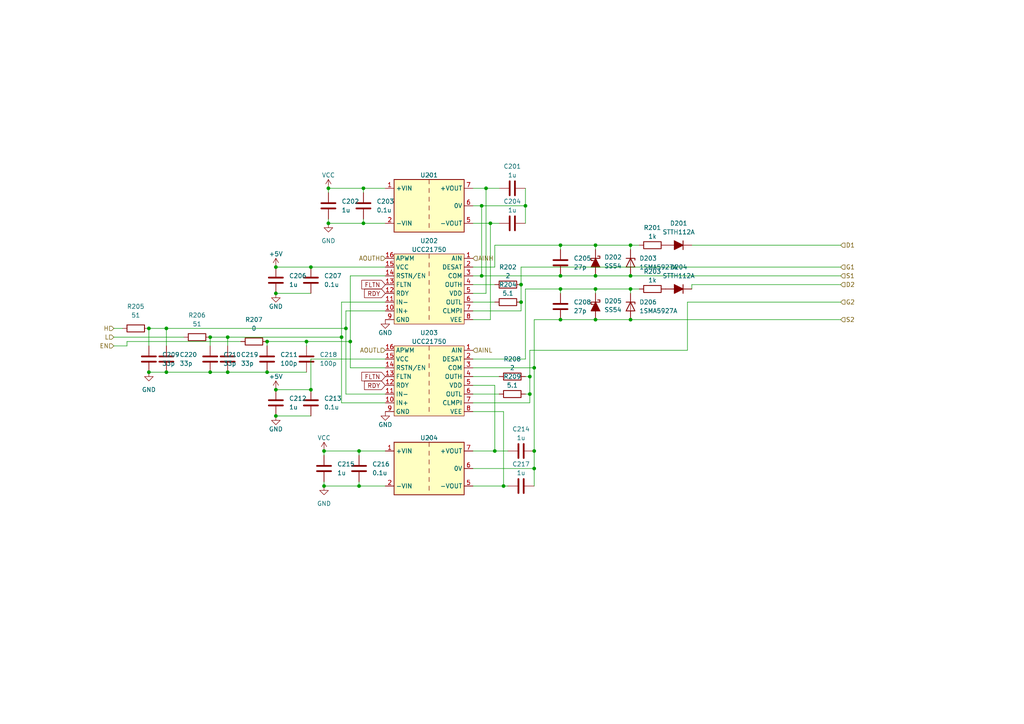
<source format=kicad_sch>
(kicad_sch (version 20231120) (generator "eeschema") (generator_version "8.0")
  (paper "A4")
  (lib_symbols
    (symbol "Converter_DCDC:MGJ2D242005SC"
      (property "Reference" "U" (at 0 11.43 0))
      (property "Value" "MGJ2D242005SC" (at 0 8.89 0))
      (symbol "MGJ2D242005SC_0_1"
        (rectangle (start -10.16 7.62) (end 10.16 -7.62) (stroke (width 0.254)) (fill (type background)))
        (polyline (pts (xy 0 -5.08) (xy 0 -6.35)))
        (polyline (pts (xy 0 -2.54) (xy 0 -3.81)))
        (polyline (pts (xy 0 0) (xy 0 -1.27)))
        (polyline (pts (xy 0 2.54) (xy 0 1.27)))
        (polyline (pts (xy 0 5.08) (xy 0 3.81)))
        (polyline (pts (xy 0 7.62) (xy 0 6.35)))
      )
      (symbol "MGJ2D242005SC_1_1"
        (pin power_in line (at -12.7 5.08 0) (length 2.54) (name "+VIN") (number "1"))
        (pin power_in line (at -12.7 -5.08 0) (length 2.54) (name "-VIN") (number "2"))
        (pin power_out line (at 12.7 -5.08 180) (length 2.54) (name "-VOUT") (number "5"))
        (pin power_out line (at 12.7 0 180) (length 2.54) (name "0V") (number "6"))
        (pin power_out line (at 12.7 5.08 180) (length 2.54) (name "+VOUT") (number "7"))
      )
    )
    (symbol "Device:C" (pin_numbers hide) (pin_names (offset 0.254))
      (property "Reference" "C" (at 0.635 2.54 0))
      (property "Value" "C" (at 0.635 -2.54 0))
      (symbol "C_0_1"
        (polyline (pts (xy -2.032 -0.762) (xy 2.032 -0.762)) (stroke (width 0.508)))
        (polyline (pts (xy -2.032 0.762) (xy 2.032 0.762)) (stroke (width 0.508)))
      )
      (symbol "C_1_1"
        (pin passive line (at 0 3.81 270) (length 2.794) (name "~") (number "1"))
        (pin passive line (at 0 -3.81 90) (length 2.794) (name "~") (number "2"))
      )
    )
    (symbol "Device:D_Zener" (pin_numbers hide) (pin_names (offset 1.016) hide)
      (property "Reference" "D" (at 0 2.54 0))
      (property "Value" "D_Zener" (at 0 -2.54 0))
      (symbol "D_Zener_0_1"
        (polyline (pts (xy 1.27 0) (xy -1.27 0)))
        (polyline (pts (xy -1.27 -1.27) (xy -1.27 1.27) (xy -0.762 1.27)) (stroke (width 0.254)))
        (polyline (pts (xy 1.27 -1.27) (xy 1.27 1.27) (xy -1.27 0) (xy 1.27 -1.27)) (stroke (width 0.254)))
      )
      (symbol "D_Zener_1_1"
        (pin passive line (at -3.81 0 0) (length 2.54) (name "K") (number "1"))
        (pin passive line (at 3.81 0 180) (length 2.54) (name "A") (number "2"))
      )
    )
    (symbol "Device:R" (pin_numbers hide) (pin_names (offset 0))
      (property "Reference" "R" (at 2.032 0 90))
      (property "Value" "R" (at 0 0 90))
      (symbol "R_0_1"
        (rectangle (start -1.016 -2.54) (end 1.016 2.54) (stroke (width 0.254)))
      )
      (symbol "R_1_1"
        (pin passive line (at 0 3.81 270) (length 1.27) (name "~") (number "1"))
        (pin passive line (at 0 -3.81 90) (length 1.27) (name "~") (number "2"))
      )
    )
    (symbol "PCM_Diode_AKL:STTH112A" (pin_numbers hide) (pin_names (offset 1.016) hide)
      (property "Reference" "D" (at 0 5.08 0))
      (property "Value" "STTH112A" (at 0 2.54 0))
      (symbol "STTH112A_0_1"
        (polyline (pts (xy -1.27 0) (xy 1.27 0)))
        (polyline (pts (xy 1.27 1.27) (xy 1.27 -1.27)) (stroke (width 0.254)))
        (polyline (pts (xy -1.27 1.27) (xy -1.27 -1.27) (xy 1.27 0) (xy -1.27 1.27)) (stroke (width 0.254)) (fill (type outline)))
      )
      (symbol "STTH112A_1_1"
        (pin passive line (at 3.81 0 180) (length 2.54) (name "K") (number "1"))
        (pin passive line (at -3.81 0 0) (length 2.54) (name "A") (number "2"))
      )
    )
    (symbol "PCM_Diode_Schottky_AKL:SS54" (pin_numbers hide) (pin_names (offset 1.016) hide)
      (property "Reference" "D" (at 0 5.08 0))
      (property "Value" "SS54" (at 0 2.54 0))
      (symbol "SS54_0_1"
        (polyline (pts (xy -1.27 0) (xy 1.27 0)))
        (polyline (pts (xy -1.27 -1.27) (xy -1.27 1.27) (xy 1.27 0) (xy -1.27 -1.27)) (stroke (width 0.254)) (fill (type outline)))
        (polyline (pts (xy 1.905 -0.635) (xy 1.905 -1.27) (xy 1.27 -1.27) (xy 1.27 1.27) (xy 0.635 1.27) (xy 0.635 0.635)) (stroke (width 0.254)))
      )
      (symbol "SS54_1_1"
        (pin passive line (at 3.81 0 180) (length 2.54) (name "K") (number "1"))
        (pin passive line (at -3.81 0 0) (length 2.54) (name "A") (number "2"))
      )
    )
    (symbol "Personal:UCC21750"
      (property "Reference" "U" (at 0 12.954 0))
      (property "Value" "UCC21750" (at 0 11.43 0))
      (symbol "UCC21750_1_1"
        (rectangle (start -10.16 10.16) (end 10.16 -10.16) (fill (type background)))
        (polyline (pts (xy 0 -7.62) (xy 0 -8.89)))
        (polyline (pts (xy 0 -5.08) (xy 0 -6.35)))
        (polyline (pts (xy 0 -2.54) (xy 0 -3.81)))
        (polyline (pts (xy 0 0) (xy 0 -1.27)))
        (polyline (pts (xy 0 2.54) (xy 0 1.27)))
        (polyline (pts (xy 0 5.08) (xy 0 3.81)))
        (polyline (pts (xy 0 7.62) (xy 0 6.35)))
        (polyline (pts (xy 0 10.16) (xy 0 8.89)))
        (pin input line (at -12.7 8.89 0) (length 2.54) (name "AIN") (number "1"))
        (pin input line (at 12.7 -6.35 180) (length 2.54) (name "IN+") (number "10"))
        (pin input line (at 12.7 -3.81 180) (length 2.54) (name "IN-") (number "11"))
        (pin input line (at 12.7 -1.27 180) (length 2.54) (name "RDY") (number "12"))
        (pin input line (at 12.7 1.27 180) (length 2.54) (name "FLTN") (number "13"))
        (pin input line (at 12.7 3.81 180) (length 2.54) (name "RSTN/EN") (number "14"))
        (pin input line (at 12.7 6.35 180) (length 2.54) (name "VCC") (number "15"))
        (pin input line (at 12.7 8.89 180) (length 2.54) (name "APWM") (number "16"))
        (pin input line (at -12.7 6.35 0) (length 2.54) (name "DESAT") (number "2"))
        (pin input line (at -12.7 3.81 0) (length 2.54) (name "COM") (number "3"))
        (pin input line (at -12.7 1.27 0) (length 2.54) (name "OUTH") (number "4"))
        (pin input line (at -12.7 -1.27 0) (length 2.54) (name "VDD") (number "5"))
        (pin input line (at -12.7 -3.81 0) (length 2.54) (name "OUTL") (number "6"))
        (pin input line (at -12.7 -6.35 0) (length 2.54) (name "CLMPI") (number "7"))
        (pin input line (at -12.7 -8.89 0) (length 2.54) (name "VEE") (number "8"))
        (pin input line (at 12.7 -8.89 180) (length 2.54) (name "GND") (number "9"))
      )
    )
    (symbol "power:+5V" (power) (pin_names (offset 0))
      (property "Value" "+5V" (at 0 3.556 0))
      (symbol "+5V_0_1"
        (polyline (pts (xy -0.762 1.27) (xy 0 2.54)))
        (polyline (pts (xy 0 0) (xy 0 2.54)))
        (polyline (pts (xy 0 2.54) (xy 0.762 1.27)))
      )
      (symbol "+5V_1_1"
        (pin power_in line (at 0 0 90) (length 0) hide (name "+5V") (number "1"))
      )
    )
    (symbol "power:GND" (power) (pin_names (offset 0))
      (property "Value" "GND" (at 0 -3.81 0))
      (symbol "GND_0_1"
        (polyline (pts (xy 0 0) (xy 0 -1.27) (xy 1.27 -1.27) (xy 0 -2.54) (xy -1.27 -1.27) (xy 0 -1.27)))
      )
      (symbol "GND_1_1"
        (pin power_in line (at 0 0 270) (length 0) hide (name "GND") (number "1"))
      )
    )
    (symbol "power:VCC" (power) (pin_numbers hide) (pin_names (offset 0) hide)
      (property "Value" "VCC" (at 0 3.556 0))
      (symbol "VCC_0_1"
        (polyline (pts (xy -0.762 1.27) (xy 0 2.54)))
        (polyline (pts (xy 0 0) (xy 0 2.54)))
        (polyline (pts (xy 0 2.54) (xy 0.762 1.27)))
      )
      (symbol "VCC_1_1"
        (pin power_in line (at 0 0 90) (length 0) (name "~") (number "1"))
      )
    )
  )
  (junction (at 139.7 80.01))
  (junction (at 172.72 83.82))
  (junction (at 182.88 71.12))
  (junction (at 105.41 54.61))
  (junction (at 60.96 107.95))
  (junction (at 90.17 77.47))
  (junction (at 66.04 97.79))
  (junction (at 142.24 64.77))
  (junction (at 153.67 114.3))
  (junction (at 80.01 85.09))
  (junction (at 104.14 140.97))
  (junction (at 60.96 97.79))
  (junction (at 105.41 64.77))
  (junction (at 101.6 99.06))
  (junction (at 43.18 95.25))
  (junction (at 172.72 80.01))
  (junction (at 80.01 77.47))
  (junction (at 140.97 54.61))
  (junction (at 104.14 130.81))
  (junction (at 151.13 87.63))
  (junction (at 154.94 130.81))
  (junction (at 93.98 130.81))
  (junction (at 182.88 92.71))
  (junction (at 139.7 59.69))
  (junction (at 43.18 107.95))
  (junction (at 93.98 140.97))
  (junction (at 146.05 140.97))
  (junction (at 153.67 109.22))
  (junction (at 154.94 106.68))
  (junction (at 182.88 80.01))
  (junction (at 77.47 99.06))
  (junction (at 48.26 107.95))
  (junction (at 151.13 82.55))
  (junction (at 152.4 59.69))
  (junction (at 90.17 113.03))
  (junction (at 154.94 135.89))
  (junction (at 162.56 83.82))
  (junction (at 162.56 80.01))
  (junction (at 162.56 71.12))
  (junction (at 80.01 120.65))
  (junction (at 66.04 107.95))
  (junction (at 182.88 83.82))
  (junction (at 162.56 92.71))
  (junction (at 143.51 130.81))
  (junction (at 100.33 95.25))
  (junction (at 99.06 97.79))
  (junction (at 95.25 54.61))
  (junction (at 88.9 99.06))
  (junction (at 172.72 71.12))
  (junction (at 95.25 64.77))
  (junction (at 80.01 113.03))
  (junction (at 77.47 107.95))
  (junction (at 172.72 92.71))
  (junction (at 48.26 95.25))
  (wire (pts (xy 140.97 85.09) (xy 137.16 85.09)))
  (wire (pts (xy 137.16 104.14) (xy 152.4 104.14)))
  (wire (pts (xy 137.16 64.77) (xy 142.24 64.77)))
  (wire (pts (xy 152.4 54.61) (xy 152.4 59.69)))
  (wire (pts (xy 182.88 80.01) (xy 243.84 80.01)))
  (wire (pts (xy 93.98 139.7) (xy 93.98 140.97)))
  (wire (pts (xy 137.16 59.69) (xy 139.7 59.69)))
  (wire (pts (xy 182.88 71.12) (xy 182.88 72.39)))
  (wire (pts (xy 60.96 100.33) (xy 60.96 97.79)))
  (wire (pts (xy 162.56 92.71) (xy 172.72 92.71)))
  (wire (pts (xy 101.6 106.68) (xy 111.76 106.68)))
  (wire (pts (xy 60.96 97.79) (xy 66.04 97.79)))
  (wire (pts (xy 172.72 80.01) (xy 182.88 80.01)))
  (wire (pts (xy 153.67 116.84) (xy 153.67 114.3)))
  (wire (pts (xy 143.51 71.12) (xy 143.51 77.47)))
  (wire (pts (xy 77.47 107.95) (xy 88.9 107.95)))
  (wire (pts (xy 43.18 95.25) (xy 43.18 100.33)))
  (wire (pts (xy 137.16 119.38) (xy 146.05 119.38)))
  (wire (pts (xy 143.51 111.76) (xy 143.51 130.81)))
  (wire (pts (xy 95.25 63.5) (xy 95.25 64.77)))
  (wire (pts (xy 101.6 80.01) (xy 111.76 80.01)))
  (wire (pts (xy 60.96 107.95) (xy 66.04 107.95)))
  (wire (pts (xy 33.02 100.33) (xy 36.83 100.33)))
  (wire (pts (xy 153.67 101.6) (xy 153.67 109.22)))
  (wire (pts (xy 199.39 87.63) (xy 199.39 101.6)))
  (wire (pts (xy 111.76 90.17) (xy 100.33 90.17)))
  (wire (pts (xy 154.94 106.68) (xy 154.94 130.81)))
  (wire (pts (xy 143.51 111.76) (xy 137.16 111.76)))
  (wire (pts (xy 93.98 140.97) (xy 104.14 140.97)))
  (wire (pts (xy 99.06 87.63) (xy 99.06 97.79)))
  (wire (pts (xy 90.17 77.47) (xy 111.76 77.47)))
  (wire (pts (xy 137.16 135.89) (xy 154.94 135.89)))
  (wire (pts (xy 137.16 90.17) (xy 151.13 90.17)))
  (wire (pts (xy 142.24 92.71) (xy 137.16 92.71)))
  (wire (pts (xy 105.41 63.5) (xy 105.41 64.77)))
  (wire (pts (xy 182.88 83.82) (xy 182.88 85.09)))
  (wire (pts (xy 101.6 99.06) (xy 101.6 80.01)))
  (wire (pts (xy 100.33 114.3) (xy 111.76 114.3)))
  (wire (pts (xy 152.4 83.82) (xy 162.56 83.82)))
  (wire (pts (xy 142.24 64.77) (xy 144.78 64.77)))
  (wire (pts (xy 66.04 97.79) (xy 66.04 100.33)))
  (wire (pts (xy 137.16 116.84) (xy 153.67 116.84)))
  (wire (pts (xy 137.16 54.61) (xy 140.97 54.61)))
  (wire (pts (xy 104.14 130.81) (xy 111.76 130.81)))
  (wire (pts (xy 154.94 106.68) (xy 154.94 92.71)))
  (wire (pts (xy 33.02 97.79) (xy 53.34 97.79)))
  (wire (pts (xy 33.02 95.25) (xy 35.56 95.25)))
  (wire (pts (xy 43.18 107.95) (xy 48.26 107.95)))
  (wire (pts (xy 162.56 71.12) (xy 172.72 71.12)))
  (wire (pts (xy 66.04 97.79) (xy 99.06 97.79)))
  (wire (pts (xy 200.66 82.55) (xy 200.66 83.82)))
  (wire (pts (xy 154.94 92.71) (xy 162.56 92.71)))
  (wire (pts (xy 151.13 82.55) (xy 151.13 77.47)))
  (wire (pts (xy 93.98 130.81) (xy 93.98 132.08)))
  (wire (pts (xy 142.24 64.77) (xy 142.24 92.71)))
  (wire (pts (xy 104.14 130.81) (xy 104.14 132.08)))
  (wire (pts (xy 185.42 83.82) (xy 182.88 83.82)))
  (wire (pts (xy 199.39 101.6) (xy 153.67 101.6)))
  (wire (pts (xy 139.7 59.69) (xy 152.4 59.69)))
  (wire (pts (xy 137.16 130.81) (xy 143.51 130.81)))
  (wire (pts (xy 200.66 71.12) (xy 243.84 71.12)))
  (wire (pts (xy 182.88 92.71) (xy 243.84 92.71)))
  (wire (pts (xy 137.16 109.22) (xy 144.78 109.22)))
  (wire (pts (xy 43.18 95.25) (xy 48.26 95.25)))
  (wire (pts (xy 105.41 54.61) (xy 111.76 54.61)))
  (wire (pts (xy 77.47 99.06) (xy 88.9 99.06)))
  (wire (pts (xy 199.39 87.63) (xy 243.84 87.63)))
  (wire (pts (xy 95.25 54.61) (xy 95.25 55.88)))
  (wire (pts (xy 151.13 90.17) (xy 151.13 87.63)))
  (wire (pts (xy 48.26 107.95) (xy 60.96 107.95)))
  (wire (pts (xy 66.04 107.95) (xy 77.47 107.95)))
  (wire (pts (xy 137.16 140.97) (xy 146.05 140.97)))
  (wire (pts (xy 172.72 92.71) (xy 182.88 92.71)))
  (wire (pts (xy 105.41 54.61) (xy 105.41 55.88)))
  (wire (pts (xy 137.16 106.68) (xy 154.94 106.68)))
  (wire (pts (xy 88.9 99.06) (xy 101.6 99.06)))
  (wire (pts (xy 139.7 59.69) (xy 139.7 80.01)))
  (wire (pts (xy 162.56 83.82) (xy 162.56 85.09)))
  (wire (pts (xy 154.94 140.97) (xy 154.94 135.89)))
  (wire (pts (xy 105.41 64.77) (xy 111.76 64.77)))
  (wire (pts (xy 36.83 100.33) (xy 36.83 99.06)))
  (wire (pts (xy 153.67 114.3) (xy 152.4 114.3)))
  (wire (pts (xy 152.4 104.14) (xy 152.4 83.82)))
  (wire (pts (xy 151.13 82.55) (xy 151.13 87.63)))
  (wire (pts (xy 80.01 120.65) (xy 90.17 120.65)))
  (wire (pts (xy 99.06 97.79) (xy 99.06 116.84)))
  (wire (pts (xy 200.66 82.55) (xy 243.84 82.55)))
  (wire (pts (xy 101.6 99.06) (xy 101.6 106.68)))
  (wire (pts (xy 100.33 90.17) (xy 100.33 95.25)))
  (wire (pts (xy 137.16 114.3) (xy 144.78 114.3)))
  (wire (pts (xy 162.56 80.01) (xy 172.72 80.01)))
  (wire (pts (xy 111.76 87.63) (xy 99.06 87.63)))
  (wire (pts (xy 143.51 77.47) (xy 137.16 77.47)))
  (wire (pts (xy 162.56 71.12) (xy 143.51 71.12)))
  (wire (pts (xy 162.56 71.12) (xy 162.56 72.39)))
  (wire (pts (xy 153.67 109.22) (xy 153.67 114.3)))
  (wire (pts (xy 172.72 71.12) (xy 182.88 71.12)))
  (wire (pts (xy 104.14 140.97) (xy 111.76 140.97)))
  (wire (pts (xy 88.9 99.06) (xy 88.9 100.33)))
  (wire (pts (xy 80.01 113.03) (xy 90.17 113.03)))
  (wire (pts (xy 80.01 77.47) (xy 90.17 77.47)))
  (wire (pts (xy 154.94 130.81) (xy 154.94 135.89)))
  (wire (pts (xy 147.32 140.97) (xy 146.05 140.97)))
  (wire (pts (xy 162.56 83.82) (xy 172.72 83.82)))
  (wire (pts (xy 185.42 71.12) (xy 182.88 71.12)))
  (wire (pts (xy 77.47 99.06) (xy 77.47 100.33)))
  (wire (pts (xy 48.26 100.33) (xy 48.26 95.25)))
  (wire (pts (xy 99.06 116.84) (xy 111.76 116.84)))
  (wire (pts (xy 153.67 109.22) (xy 152.4 109.22)))
  (wire (pts (xy 90.17 104.14) (xy 111.76 104.14)))
  (wire (pts (xy 100.33 95.25) (xy 100.33 114.3)))
  (wire (pts (xy 137.16 82.55) (xy 143.51 82.55)))
  (wire (pts (xy 137.16 80.01) (xy 139.7 80.01)))
  (wire (pts (xy 172.72 71.12) (xy 172.72 72.39)))
  (wire (pts (xy 80.01 85.09) (xy 90.17 85.09)))
  (wire (pts (xy 151.13 77.47) (xy 243.84 77.47)))
  (wire (pts (xy 146.05 119.38) (xy 146.05 140.97)))
  (wire (pts (xy 95.25 54.61) (xy 105.41 54.61)))
  (wire (pts (xy 140.97 54.61) (xy 140.97 85.09)))
  (wire (pts (xy 137.16 87.63) (xy 143.51 87.63)))
  (wire (pts (xy 140.97 54.61) (xy 144.78 54.61)))
  (wire (pts (xy 48.26 95.25) (xy 100.33 95.25)))
  (wire (pts (xy 95.25 64.77) (xy 105.41 64.77)))
  (wire (pts (xy 147.32 130.81) (xy 143.51 130.81)))
  (wire (pts (xy 152.4 64.77) (xy 152.4 59.69)))
  (wire (pts (xy 90.17 113.03) (xy 90.17 104.14)))
  (wire (pts (xy 182.88 83.82) (xy 172.72 83.82)))
  (wire (pts (xy 36.83 99.06) (xy 69.85 99.06)))
  (wire (pts (xy 139.7 80.01) (xy 162.56 80.01)))
  (wire (pts (xy 93.98 130.81) (xy 104.14 130.81)))
  (wire (pts (xy 104.14 139.7) (xy 104.14 140.97)))
  (wire (pts (xy 172.72 83.82) (xy 172.72 85.09)))
  (global_label "FLTN" (shape input) (at 111.76 109.22 180) (property "Intersheetrefs" "${INTERSHEET_REFS}" (effects (hide yes))))
  (global_label "RDY" (shape input) (at 111.76 111.76 180) (property "Intersheetrefs" "${INTERSHEET_REFS}" (effects (hide yes))))
  (global_label "FLTN" (shape input) (at 111.76 82.55 180) (property "Intersheetrefs" "${INTERSHEET_REFS}" (effects (hide yes))))
  (global_label "RDY" (shape input) (at 111.76 85.09 180) (property "Intersheetrefs" "${INTERSHEET_REFS}" (effects (hide yes))))
  (hierarchical_label "D1" (shape input) (at 243.84 71.12 0))
  (hierarchical_label "L" (shape input) (at 33.02 97.79 180))
  (hierarchical_label "H" (shape input) (at 33.02 95.25 180))
  (hierarchical_label "AOUTH" (shape input) (at 111.76 74.93 180))
  (hierarchical_label "S2" (shape input) (at 243.84 92.71 0))
  (hierarchical_label "EN" (shape input) (at 33.02 100.33 180))
  (hierarchical_label "AOUTL" (shape input) (at 111.76 101.6 180))
  (hierarchical_label "G2" (shape input) (at 243.84 87.63 0))
  (hierarchical_label "S1" (shape input) (at 243.84 80.01 0))
  (hierarchical_label "G1" (shape input) (at 243.84 77.47 0))
  (hierarchical_label "D2" (shape input) (at 243.84 82.55 0))
  (hierarchical_label "AINH" (shape input) (at 137.16 74.93 0))
  (hierarchical_label "AINL" (shape input) (at 137.16 101.6 0))
  (symbol (lib_id "Device:C") (at 162.56 76.2 180) (unit 1)
    (property "Reference" "C205" (at 166.37 74.9299 0) (effects (justify right)))
    (property "Value" "27p" (at 166.37 77.4699 0) (effects (justify right)))
    (property "Footprint" "Capacitor_SMD:C_0603_1608Metric" (effects (hide yes)))
    (property "Description" "Unpolarized capacitor" (effects (hide yes)))
    (instances (project "InverterGateDriverBoard" (path "" (reference "C205") (unit 1)) (path "" (reference "C305") (unit 1)) (path "" (reference "C405") (unit 1))))
  )
  (symbol (lib_id "Device:R") (at 147.32 82.55 90) (unit 1)
    (property "Reference" "R202" (at 147.32 77.47 90))
    (property "Value" "2" (at 147.32 80.01 90))
    (property "Footprint" "Resistor_SMD:R_2512_6332Metric" (effects (hide yes)))
    (property "Description" "Resistor" (effects (hide yes)))
    (instances (project "InverterGateDriverBoard" (path "" (reference "R202") (unit 1)) (path "" (reference "R302") (unit 1)) (path "" (reference "R402") (unit 1))))
  )
  (symbol (lib_id "Device:C") (at 151.13 140.97 90) (unit 1)
    (property "Reference" "C217" (at 151.13 134.62 90))
    (property "Value" "1u" (at 151.13 137.16 90))
    (property "Footprint" "Capacitor_SMD:C_0603_1608Metric" (effects (hide yes)))
    (property "Description" "Unpolarized capacitor" (effects (hide yes)))
    (instances (project "InverterGateDriverBoard" (path "" (reference "C217") (unit 1)) (path "" (reference "C317") (unit 1)) (path "" (reference "C417") (unit 1))))
  )
  (symbol (lib_id "power:GND") (at 93.98 140.97 0) (unit 1)
    (property "Reference" "#PWR0211" (effects (hide yes)))
    (property "Value" "GND" (at 93.98 146.05 0))
    (property "Description" "Power symbol creates a global label with name \"GND\" , ground" (effects (hide yes)))
    (instances (project "InverterGateDriverBoard" (path "" (reference "#PWR0211") (unit 1)) (path "" (reference "#PWR0311") (unit 1)) (path "" (reference "#PWR0411") (unit 1))))
  )
  (symbol (lib_id "Device:D_Zener") (at 182.88 76.2 270) (unit 1)
    (property "Reference" "D203" (at 185.42 74.9299 90) (effects (justify left)))
    (property "Value" "1SMA5927A" (at 185.42 77.4699 90) (effects (justify left)))
    (property "Footprint" "Diode_SMD:D_SMA" (effects (hide yes)))
    (property "Description" "Zener diode" (effects (hide yes)))
    (instances (project "InverterGateDriverBoard" (path "" (reference "D203") (unit 1)) (path "" (reference "D303") (unit 1)) (path "" (reference "D403") (unit 1))))
  )
  (symbol (lib_id "power:GND") (at 80.01 120.65 0) (unit 1)
    (property "Reference" "#PWR0209" (effects (hide yes)))
    (property "Value" "GND" (at 80.01 124.46 0))
    (property "Description" "Power symbol creates a global label with name \"GND\" , ground" (effects (hide yes)))
    (instances (project "InverterGateDriverBoard" (path "" (reference "#PWR0209") (unit 1)) (path "" (reference "#PWR0309") (unit 1)) (path "" (reference "#PWR0409") (unit 1))))
  )
  (symbol (lib_id "Device:C") (at 104.14 135.89 180) (unit 1)
    (property "Reference" "C216" (at 107.95 134.6199 0) (effects (justify right)))
    (property "Value" "0.1u" (at 107.95 137.1599 0) (effects (justify right)))
    (property "Footprint" "Capacitor_SMD:C_0603_1608Metric" (effects (hide yes)))
    (property "Description" "Unpolarized capacitor" (effects (hide yes)))
    (instances (project "InverterGateDriverBoard" (path "" (reference "C216") (unit 1)) (path "" (reference "C316") (unit 1)) (path "" (reference "C416") (unit 1))))
  )
  (symbol (lib_id "Device:R") (at 57.15 97.79 90) (unit 1)
    (property "Reference" "R206" (at 57.15 91.44 90))
    (property "Value" "51" (at 57.15 93.98 90))
    (property "Footprint" "Resistor_SMD:R_0603_1608Metric" (effects (hide yes)))
    (property "Description" "Resistor" (effects (hide yes)))
    (instances (project "InverterGateDriverBoard" (path "" (reference "R206") (unit 1)) (path "" (reference "R306") (unit 1)) (path "" (reference "R406") (unit 1))))
  )
  (symbol (lib_id "Device:R") (at 189.23 71.12 90) (unit 1)
    (property "Reference" "R201" (at 189.23 66.04 90))
    (property "Value" "1k" (at 189.23 68.58 90))
    (property "Footprint" "Resistor_SMD:R_1206_3216Metric" (effects (hide yes)))
    (property "Description" "Resistor" (effects (hide yes)))
    (instances (project "InverterGateDriverBoard" (path "" (reference "R201") (unit 1)) (path "" (reference "R301") (unit 1)) (path "" (reference "R401") (unit 1))))
  )
  (symbol (lib_id "Converter_DCDC:MGJ2D242005SC") (at 124.46 59.69 0) (unit 1)
    (property "Reference" "U201" (at 124.46 50.8 0))
    (property "Value" "~" (at 124.46 50.8 0))
    (property "Footprint" "Converter_DCDC:Converter_DCDC_Murata_MGJ2DxxxxxxSC_THT" (effects (hide yes)))
    (property "Datasheet" "https://power.murata.com/pub/data/power/ncl/kdc_mgj2.pdf" (effects (hide yes)))
    (property "Description" "5.2kVDC Isolated 2W Gate Drive, 24V Vin, +20V/-5V Vout" (effects (hide yes)))
    (instances (project "InverterGateDriverBoard" (path "" (reference "U201") (unit 1)) (path "" (reference "U301") (unit 1)) (path "" (reference "U401") (unit 1))))
  )
  (symbol (lib_id "Device:C") (at 148.59 54.61 270) (unit 1)
    (property "Reference" "C201" (at 148.59 48.26 90))
    (property "Value" "1u" (at 148.59 50.8 90))
    (property "Footprint" "Capacitor_SMD:C_1206_3216Metric" (effects (hide yes)))
    (property "Description" "Unpolarized capacitor" (effects (hide yes)))
    (instances (project "InverterGateDriverBoard" (path "" (reference "C201") (unit 1)) (path "" (reference "C301") (unit 1)) (path "" (reference "C401") (unit 1))))
  )
  (symbol (lib_id "Device:R") (at 189.23 83.82 90) (unit 1)
    (property "Reference" "R203" (at 189.23 78.74 90))
    (property "Value" "1k" (at 189.23 81.28 90))
    (property "Footprint" "Resistor_SMD:R_1206_3216Metric" (effects (hide yes)))
    (property "Description" "Resistor" (effects (hide yes)))
    (instances (project "InverterGateDriverBoard" (path "" (reference "R203") (unit 1)) (path "" (reference "R303") (unit 1)) (path "" (reference "R403") (unit 1))))
  )
  (symbol (lib_id "power:VCC") (at 95.25 54.61 0) (unit 1)
    (property "Reference" "#PWR0201" (effects (hide yes)))
    (property "Value" "VCC" (at 95.25 50.8 0))
    (property "Description" "Power symbol creates a global label with name \"VCC\"" (effects (hide yes)))
    (instances (project "InverterGateDriverBoard" (path "" (reference "#PWR0201") (unit 1)) (path "" (reference "#PWR0301") (unit 1)) (path "" (reference "#PWR0401") (unit 1))))
  )
  (symbol (lib_id "power:GND") (at 111.76 92.71 0) (unit 1)
    (property "Reference" "#PWR0205" (effects (hide yes)))
    (property "Value" "GND" (at 111.76 96.52 0))
    (property "Description" "Power symbol creates a global label with name \"GND\" , ground" (effects (hide yes)))
    (instances (project "InverterGateDriverBoard" (path "" (reference "#PWR0205") (unit 1)) (path "" (reference "#PWR0305") (unit 1)) (path "" (reference "#PWR0405") (unit 1))))
  )
  (symbol (lib_id "power:GND") (at 43.18 107.95 0) (unit 1)
    (property "Reference" "#PWR0206" (effects (hide yes)))
    (property "Value" "GND" (at 43.18 113.03 0))
    (property "Description" "Power symbol creates a global label with name \"GND\" , ground" (effects (hide yes)))
    (instances (project "InverterGateDriverBoard" (path "" (reference "#PWR0206") (unit 1)) (path "" (reference "#PWR0306") (unit 1)) (path "" (reference "#PWR0406") (unit 1))))
  )
  (symbol (lib_id "Device:C") (at 105.41 59.69 180) (unit 1)
    (property "Reference" "C203" (at 109.22 58.4199 0) (effects (justify right)))
    (property "Value" "0.1u" (at 109.22 60.9599 0) (effects (justify right)))
    (property "Footprint" "Capacitor_SMD:C_0603_1608Metric" (effects (hide yes)))
    (property "Description" "Unpolarized capacitor" (effects (hide yes)))
    (instances (project "InverterGateDriverBoard" (path "" (reference "C203") (unit 1)) (path "" (reference "C303") (unit 1)) (path "" (reference "C403") (unit 1))))
  )
  (symbol (lib_id "Device:C") (at 95.25 59.69 180) (unit 1)
    (property "Reference" "C202" (at 99.06 58.4199 0) (effects (justify right)))
    (property "Value" "1u" (at 99.06 60.9599 0) (effects (justify right)))
    (property "Footprint" "Capacitor_SMD:C_0603_1608Metric" (effects (hide yes)))
    (property "Description" "Unpolarized capacitor" (effects (hide yes)))
    (instances (project "InverterGateDriverBoard" (path "" (reference "C202") (unit 1)) (path "" (reference "C302") (unit 1)) (path "" (reference "C402") (unit 1))))
  )
  (symbol (lib_id "Device:C") (at 43.18 104.14 180) (unit 1)
    (property "Reference" "C209" (at 46.99 102.8699 0) (effects (justify right)))
    (property "Value" "33p" (at 46.99 105.4099 0) (effects (justify right)))
    (property "Footprint" "Capacitor_SMD:C_0603_1608Metric" (effects (hide yes)))
    (property "Description" "Unpolarized capacitor" (effects (hide yes)))
    (instances (project "InverterGateDriverBoard" (path "" (reference "C209") (unit 1)) (path "" (reference "C309") (unit 1)) (path "" (reference "C409") (unit 1))))
  )
  (symbol (lib_id "power:GND") (at 95.25 64.77 0) (unit 1)
    (property "Reference" "#PWR0202" (effects (hide yes)))
    (property "Value" "GND" (at 95.25 69.85 0))
    (property "Description" "Power symbol creates a global label with name \"GND\" , ground" (effects (hide yes)))
    (instances (project "InverterGateDriverBoard" (path "" (reference "#PWR0202") (unit 1)) (path "" (reference "#PWR0302") (unit 1)) (path "" (reference "#PWR0402") (unit 1))))
  )
  (symbol (lib_id "Device:R") (at 39.37 95.25 90) (unit 1)
    (property "Reference" "R205" (at 39.37 88.9 90))
    (property "Value" "51" (at 39.37 91.44 90))
    (property "Footprint" "Resistor_SMD:R_0603_1608Metric" (effects (hide yes)))
    (property "Description" "Resistor" (effects (hide yes)))
    (instances (project "InverterGateDriverBoard" (path "" (reference "R205") (unit 1)) (path "" (reference "R305") (unit 1)) (path "" (reference "R405") (unit 1))))
  )
  (symbol (lib_id "power:VCC") (at 93.98 130.81 0) (unit 1)
    (property "Reference" "#PWR0210" (effects (hide yes)))
    (property "Value" "VCC" (at 93.98 127 0))
    (property "Description" "Power symbol creates a global label with name \"VCC\"" (effects (hide yes)))
    (instances (project "InverterGateDriverBoard" (path "" (reference "#PWR0210") (unit 1)) (path "" (reference "#PWR0310") (unit 1)) (path "" (reference "#PWR0410") (unit 1))))
  )
  (symbol (lib_id "Device:R") (at 73.66 99.06 90) (unit 1)
    (property "Reference" "R207" (at 73.66 92.71 90))
    (property "Value" "0" (at 73.66 95.25 90))
    (property "Footprint" "Resistor_SMD:R_0603_1608Metric" (effects (hide yes)))
    (property "Description" "Resistor" (effects (hide yes)))
    (instances (project "InverterGateDriverBoard" (path "" (reference "R207") (unit 1)) (path "" (reference "R307") (unit 1)) (path "" (reference "R407") (unit 1))))
  )
  (symbol (lib_id "PCM_Diode_AKL:STTH112A") (at 196.85 83.82 0) (unit 1)
    (property "Reference" "D204" (at 196.85 77.47 0))
    (property "Value" "STTH112A" (at 196.85 80.01 0))
    (property "Footprint" "Diode_SMD:D_SMA" (effects (hide yes)))
    (property "Datasheet" "https://www.tme.eu/Document/47ae6a8e5cdaa69d2f74cf3148922ab2/STTH112.pdf" (effects (hide yes)))
    (property "Description" "SMA Diode, Ultrafast Rectifier, 1200V, 1A, 75ns, Alternate KiCad Library" (effects (hide yes)))
    (instances (project "InverterGateDriverBoard" (path "" (reference "D204") (unit 1)) (path "" (reference "D304") (unit 1)) (path "" (reference "D404") (unit 1))))
  )
  (symbol (lib_id "Device:D_Zener") (at 182.88 88.9 270) (unit 1)
    (property "Reference" "D206" (at 185.42 87.6299 90) (effects (justify left)))
    (property "Value" "1SMA5927A" (at 185.42 90.1699 90) (effects (justify left)))
    (property "Footprint" "Diode_SMD:D_SMA" (effects (hide yes)))
    (property "Description" "Zener diode" (effects (hide yes)))
    (instances (project "InverterGateDriverBoard" (path "" (reference "D206") (unit 1)) (path "" (reference "D306") (unit 1)) (path "" (reference "D406") (unit 1))))
  )
  (symbol (lib_id "Device:C") (at 66.04 104.14 180) (unit 1)
    (property "Reference" "C219" (at 69.85 102.8699 0) (effects (justify right)))
    (property "Value" "33p" (at 69.85 105.4099 0) (effects (justify right)))
    (property "Footprint" "Capacitor_SMD:C_0603_1608Metric" (effects (hide yes)))
    (property "Description" "Unpolarized capacitor" (effects (hide yes)))
    (instances (project "InverterGateDriverBoard" (path "" (reference "C219") (unit 1)) (path "" (reference "C319") (unit 1)) (path "" (reference "C419") (unit 1))))
  )
  (symbol (lib_id "Device:R") (at 148.59 114.3 90) (unit 1)
    (property "Reference" "R209" (at 148.59 109.22 90))
    (property "Value" "5.1" (at 148.59 111.76 90))
    (property "Footprint" "Resistor_SMD:R_2512_6332Metric" (effects (hide yes)))
    (property "Description" "Resistor" (effects (hide yes)))
    (instances (project "InverterGateDriverBoard" (path "" (reference "R209") (unit 1)) (path "" (reference "R309") (unit 1)) (path "" (reference "R409") (unit 1))))
  )
  (symbol (lib_id "PCM_Diode_Schottky_AKL:SS54") (at 172.72 88.9 90) (unit 1)
    (property "Reference" "D205" (at 175.26 87.3124 90) (effects (justify right)))
    (property "Value" "SS54" (at 175.26 89.8524 90) (effects (justify right)))
    (property "Footprint" "Diode_SMD:D_SMA" (effects (hide yes)))
    (property "Datasheet" "https://www.laro.com.pl/pdf/ss56.pdf" (effects (hide yes)))
    (property "Description" "SMC Schottky diode, 40V, 5A, Alternate KiCAD Library" (effects (hide yes)))
    (instances (project "InverterGateDriverBoard" (path "" (reference "D205") (unit 1)) (path "" (reference "D305") (unit 1)) (path "" (reference "D405") (unit 1))))
  )
  (symbol (lib_id "Device:C") (at 60.96 104.14 180) (unit 1)
    (property "Reference" "C210" (at 64.77 102.8699 0) (effects (justify right)))
    (property "Value" "33p" (at 64.77 105.4099 0) (effects (justify right)))
    (property "Footprint" "Capacitor_SMD:C_0603_1608Metric" (effects (hide yes)))
    (property "Description" "Unpolarized capacitor" (effects (hide yes)))
    (instances (project "InverterGateDriverBoard" (path "" (reference "C210") (unit 1)) (path "" (reference "C310") (unit 1)) (path "" (reference "C410") (unit 1))))
  )
  (symbol (lib_id "Device:C") (at 90.17 81.28 180) (unit 1)
    (property "Reference" "C207" (at 93.98 80.0099 0) (effects (justify right)))
    (property "Value" "0.1u" (at 93.98 82.5499 0) (effects (justify right)))
    (property "Footprint" "Capacitor_SMD:C_0603_1608Metric" (effects (hide yes)))
    (property "Description" "Unpolarized capacitor" (effects (hide yes)))
    (instances (project "InverterGateDriverBoard" (path "" (reference "C207") (unit 1)) (path "" (reference "C307") (unit 1)) (path "" (reference "C407") (unit 1))))
  )
  (symbol (lib_id "Converter_DCDC:MGJ2D242005SC") (at 124.46 135.89 0) (unit 1)
    (property "Reference" "U204" (at 124.46 127 0))
    (property "Value" "~" (at 124.46 127 0))
    (property "Footprint" "Converter_DCDC:Converter_DCDC_Murata_MGJ2DxxxxxxSC_THT" (effects (hide yes)))
    (property "Datasheet" "https://power.murata.com/pub/data/power/ncl/kdc_mgj2.pdf" (effects (hide yes)))
    (property "Description" "5.2kVDC Isolated 2W Gate Drive, 24V Vin, +20V/-5V Vout" (effects (hide yes)))
    (instances (project "InverterGateDriverBoard" (path "" (reference "U204") (unit 1)) (path "" (reference "U304") (unit 1)) (path "" (reference "U404") (unit 1))))
  )
  (symbol (lib_id "power:+5V") (at 80.01 77.47 0) (unit 1)
    (property "Reference" "#PWR0203" (effects (hide yes)))
    (property "Value" "+5V" (at 80.01 73.66 0))
    (property "Description" "Power symbol creates a global label with name \"+5V\"" (effects (hide yes)))
    (instances (project "InverterGateDriverBoard" (path "" (reference "#PWR0203") (unit 1)) (path "" (reference "#PWR0303") (unit 1)) (path "" (reference "#PWR0403") (unit 1))))
  )
  (symbol (lib_id "Device:C") (at 148.59 64.77 270) (unit 1)
    (property "Reference" "C204" (at 148.59 58.42 90))
    (property "Value" "1u" (at 148.59 60.96 90))
    (property "Footprint" "Capacitor_SMD:C_0603_1608Metric" (effects (hide yes)))
    (property "Description" "Unpolarized capacitor" (effects (hide yes)))
    (instances (project "InverterGateDriverBoard" (path "" (reference "C204") (unit 1)) (path "" (reference "C304") (unit 1)) (path "" (reference "C404") (unit 1))))
  )
  (symbol (lib_id "Personal:UCC21750") (at 124.46 110.49 0) (mirror y) (unit 1)
    (property "Reference" "U203" (at 124.46 96.52 0))
    (property "Value" "UCC21750" (at 124.46 99.06 0))
    (property "Footprint" "Package_SO:SOIC-16W_7.5x10.3mm_P1.27mm" (effects (hide yes)))
    (instances (project "InverterGateDriverBoard" (path "" (reference "U203") (unit 1)) (path "" (reference "U303") (unit 1)) (path "" (reference "U403") (unit 1))))
  )
  (symbol (lib_id "Device:C") (at 80.01 116.84 180) (unit 1)
    (property "Reference" "C212" (at 83.82 115.5699 0) (effects (justify right)))
    (property "Value" "1u" (at 83.82 118.1099 0) (effects (justify right)))
    (property "Footprint" "Capacitor_SMD:C_0603_1608Metric" (effects (hide yes)))
    (property "Description" "Unpolarized capacitor" (effects (hide yes)))
    (instances (project "InverterGateDriverBoard" (path "" (reference "C212") (unit 1)) (path "" (reference "C312") (unit 1)) (path "" (reference "C412") (unit 1))))
  )
  (symbol (lib_id "Device:C") (at 151.13 130.81 270) (unit 1)
    (property "Reference" "C214" (at 151.13 124.46 90))
    (property "Value" "1u" (at 151.13 127 90))
    (property "Footprint" "Capacitor_SMD:C_1206_3216Metric" (effects (hide yes)))
    (property "Description" "Unpolarized capacitor" (effects (hide yes)))
    (instances (project "InverterGateDriverBoard" (path "" (reference "C214") (unit 1)) (path "" (reference "C314") (unit 1)) (path "" (reference "C414") (unit 1))))
  )
  (symbol (lib_id "Device:C") (at 48.26 104.14 180) (unit 1)
    (property "Reference" "C220" (at 52.07 102.8699 0) (effects (justify right)))
    (property "Value" "33p" (at 52.07 105.4099 0) (effects (justify right)))
    (property "Footprint" "Capacitor_SMD:C_0603_1608Metric" (effects (hide yes)))
    (property "Description" "Unpolarized capacitor" (effects (hide yes)))
    (instances (project "InverterGateDriverBoard" (path "" (reference "C220") (unit 1)) (path "" (reference "C320") (unit 1)) (path "" (reference "C420") (unit 1))))
  )
  (symbol (lib_id "power:+5V") (at 80.01 113.03 0) (unit 1)
    (property "Reference" "#PWR0207" (effects (hide yes)))
    (property "Value" "+5V" (at 80.01 109.22 0))
    (property "Description" "Power symbol creates a global label with name \"+5V\"" (effects (hide yes)))
    (instances (project "InverterGateDriverBoard" (path "" (reference "#PWR0207") (unit 1)) (path "" (reference "#PWR0307") (unit 1)) (path "" (reference "#PWR0407") (unit 1))))
  )
  (symbol (lib_id "power:GND") (at 111.76 119.38 0) (unit 1)
    (property "Reference" "#PWR0208" (effects (hide yes)))
    (property "Value" "GND" (at 111.76 123.19 0))
    (property "Description" "Power symbol creates a global label with name \"GND\" , ground" (effects (hide yes)))
    (instances (project "InverterGateDriverBoard" (path "" (reference "#PWR0208") (unit 1)) (path "" (reference "#PWR0308") (unit 1)) (path "" (reference "#PWR0408") (unit 1))))
  )
  (symbol (lib_id "Device:C") (at 162.56 88.9 180) (unit 1)
    (property "Reference" "C208" (at 166.37 87.6299 0) (effects (justify right)))
    (property "Value" "27p" (at 166.37 90.1699 0) (effects (justify right)))
    (property "Footprint" "Capacitor_SMD:C_0603_1608Metric" (effects (hide yes)))
    (property "Description" "Unpolarized capacitor" (effects (hide yes)))
    (instances (project "InverterGateDriverBoard" (path "" (reference "C208") (unit 1)) (path "" (reference "C308") (unit 1)) (path "" (reference "C408") (unit 1))))
  )
  (symbol (lib_id "Device:C") (at 90.17 116.84 180) (unit 1)
    (property "Reference" "C213" (at 93.98 115.5699 0) (effects (justify right)))
    (property "Value" "0.1u" (at 93.98 118.1099 0) (effects (justify right)))
    (property "Footprint" "Capacitor_SMD:C_0603_1608Metric" (effects (hide yes)))
    (property "Description" "Unpolarized capacitor" (effects (hide yes)))
    (instances (project "InverterGateDriverBoard" (path "" (reference "C213") (unit 1)) (path "" (reference "C313") (unit 1)) (path "" (reference "C413") (unit 1))))
  )
  (symbol (lib_id "Device:C") (at 80.01 81.28 180) (unit 1)
    (property "Reference" "C206" (at 83.82 80.0099 0) (effects (justify right)))
    (property "Value" "1u" (at 83.82 82.5499 0) (effects (justify right)))
    (property "Footprint" "Capacitor_SMD:C_0603_1608Metric" (effects (hide yes)))
    (property "Description" "Unpolarized capacitor" (effects (hide yes)))
    (instances (project "InverterGateDriverBoard" (path "" (reference "C206") (unit 1)) (path "" (reference "C306") (unit 1)) (path "" (reference "C406") (unit 1))))
  )
  (symbol (lib_id "Device:R") (at 147.32 87.63 90) (unit 1)
    (property "Reference" "R204" (at 147.32 82.55 90))
    (property "Value" "5.1" (at 147.32 85.09 90))
    (property "Footprint" "Resistor_SMD:R_2512_6332Metric" (effects (hide yes)))
    (property "Description" "Resistor" (effects (hide yes)))
    (instances (project "InverterGateDriverBoard" (path "" (reference "R204") (unit 1)) (path "" (reference "R304") (unit 1)) (path "" (reference "R404") (unit 1))))
  )
  (symbol (lib_id "power:GND") (at 80.01 85.09 0) (unit 1)
    (property "Reference" "#PWR0204" (effects (hide yes)))
    (property "Value" "GND" (at 80.01 88.9 0))
    (property "Description" "Power symbol creates a global label with name \"GND\" , ground" (effects (hide yes)))
    (instances (project "InverterGateDriverBoard" (path "" (reference "#PWR0204") (unit 1)) (path "" (reference "#PWR0304") (unit 1)) (path "" (reference "#PWR0404") (unit 1))))
  )
  (symbol (lib_id "Device:C") (at 77.47 104.14 180) (unit 1)
    (property "Reference" "C211" (at 81.28 102.8699 0) (effects (justify right)))
    (property "Value" "100p" (at 81.28 105.4099 0) (effects (justify right)))
    (property "Footprint" "Capacitor_SMD:C_0603_1608Metric" (effects (hide yes)))
    (property "Description" "Unpolarized capacitor" (effects (hide yes)))
    (instances (project "InverterGateDriverBoard" (path "" (reference "C211") (unit 1)) (path "" (reference "C311") (unit 1)) (path "" (reference "C411") (unit 1))))
  )
  (symbol (lib_id "PCM_Diode_Schottky_AKL:SS54") (at 172.72 76.2 90) (unit 1)
    (property "Reference" "D202" (at 175.26 74.6124 90) (effects (justify right)))
    (property "Value" "SS54" (at 175.26 77.1524 90) (effects (justify right)))
    (property "Footprint" "Diode_SMD:D_SMA" (effects (hide yes)))
    (property "Datasheet" "https://www.laro.com.pl/pdf/ss56.pdf" (effects (hide yes)))
    (property "Description" "SMC Schottky diode, 40V, 5A, Alternate KiCAD Library" (effects (hide yes)))
    (instances (project "InverterGateDriverBoard" (path "" (reference "D202") (unit 1)) (path "" (reference "D302") (unit 1)) (path "" (reference "D402") (unit 1))))
  )
  (symbol (lib_id "Personal:UCC21750") (at 124.46 83.82 0) (mirror y) (unit 1)
    (property "Reference" "U202" (at 124.46 69.85 0))
    (property "Value" "UCC21750" (at 124.46 72.39 0))
    (property "Footprint" "Package_SO:SOIC-16W_7.5x10.3mm_P1.27mm" (effects (hide yes)))
    (instances (project "InverterGateDriverBoard" (path "" (reference "U202") (unit 1)) (path "" (reference "U302") (unit 1)) (path "" (reference "U402") (unit 1))))
  )
  (symbol (lib_id "Device:C") (at 93.98 135.89 180) (unit 1)
    (property "Reference" "C215" (at 97.79 134.6199 0) (effects (justify right)))
    (property "Value" "1u" (at 97.79 137.1599 0) (effects (justify right)))
    (property "Footprint" "Capacitor_SMD:C_0603_1608Metric" (effects (hide yes)))
    (property "Description" "Unpolarized capacitor" (effects (hide yes)))
    (instances (project "InverterGateDriverBoard" (path "" (reference "C215") (unit 1)) (path "" (reference "C315") (unit 1)) (path "" (reference "C415") (unit 1))))
  )
  (symbol (lib_id "Device:R") (at 148.59 109.22 90) (unit 1)
    (property "Reference" "R208" (at 148.59 104.14 90))
    (property "Value" "2" (at 148.59 106.68 90))
    (property "Footprint" "Resistor_SMD:R_2512_6332Metric" (effects (hide yes)))
    (property "Description" "Resistor" (effects (hide yes)))
    (instances (project "InverterGateDriverBoard" (path "" (reference "R208") (unit 1)) (path "" (reference "R308") (unit 1)) (path "" (reference "R408") (unit 1))))
  )
  (symbol (lib_id "Device:C") (at 88.9 104.14 180) (unit 1)
    (property "Reference" "C218" (at 92.71 102.8699 0) (effects (justify right)))
    (property "Value" "100p" (at 92.71 105.4099 0) (effects (justify right)))
    (property "Footprint" "Capacitor_SMD:C_0603_1608Metric" (effects (hide yes)))
    (property "Description" "Unpolarized capacitor" (effects (hide yes)))
    (instances (project "InverterGateDriverBoard" (path "" (reference "C218") (unit 1)) (path "" (reference "C318") (unit 1)) (path "" (reference "C418") (unit 1))))
  )
  (symbol (lib_id "PCM_Diode_AKL:STTH112A") (at 196.85 71.12 0) (unit 1)
    (property "Reference" "D201" (at 196.85 64.77 0))
    (property "Value" "STTH112A" (at 196.85 67.31 0))
    (property "Footprint" "Diode_SMD:D_SMA" (effects (hide yes)))
    (property "Datasheet" "https://www.tme.eu/Document/47ae6a8e5cdaa69d2f74cf3148922ab2/STTH112.pdf" (effects (hide yes)))
    (property "Description" "SMA Diode, Ultrafast Rectifier, 1200V, 1A, 75ns, Alternate KiCad Library" (effects (hide yes)))
    (instances (project "InverterGateDriverBoard" (path "" (reference "D201") (unit 1)) (path "" (reference "D301") (unit 1)) (path "" (reference "D401") (unit 1))))
  )
)
</source>
